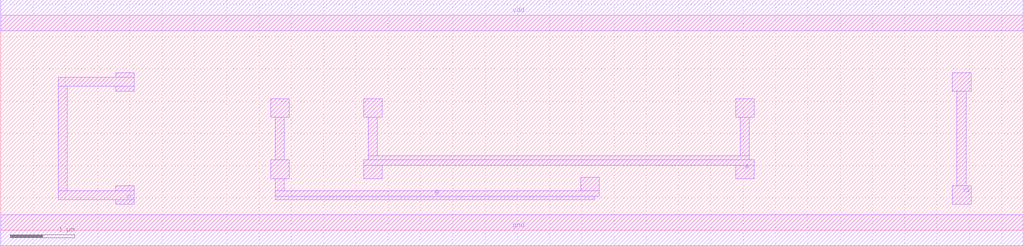
<source format=lef>
VERSION 5.7 ;
  NOWIREEXTENSIONATPIN ON ;
  DIVIDERCHAR "/" ;
  BUSBITCHARS "[]" ;
MACRO HAX1
  CLASS CORE ;
  FOREIGN HAX1 ;
  ORIGIN 0.000 0.000 ;
  SIZE 15.840 BY 3.330 ;
  SYMMETRY X Y R90 ;
  SITE unit ;
  PIN vdd
    DIRECTION INOUT ;
    USE POWER ;
    SHAPE ABUTMENT ;
    PORT
      LAYER met1 ;
        RECT 0.000 3.090 15.840 3.570 ;
    END
  END vdd
  PIN gnd
    DIRECTION INOUT ;
    USE GROUND ;
    SHAPE ABUTMENT ;
    PORT
      LAYER met1 ;
        RECT 0.000 -0.240 15.840 0.240 ;
    END
  END gnd
  PIN YS
    DIRECTION INOUT ;
    USE SIGNAL ;
    SHAPE ABUTMENT ;
    PORT
      LAYER met1 ;
        RECT 14.740 2.150 15.030 2.440 ;
        RECT 14.810 0.690 14.950 2.150 ;
        RECT 14.740 0.400 15.030 0.690 ;
    END
  END YS
  PIN YC
    DIRECTION INOUT ;
    USE SIGNAL ;
    SHAPE ABUTMENT ;
    PORT
      LAYER met1 ;
        RECT 1.780 2.370 2.070 2.440 ;
        RECT 0.890 2.230 2.070 2.370 ;
        RECT 0.890 0.610 1.030 2.230 ;
        RECT 1.780 2.150 2.070 2.230 ;
        RECT 1.780 0.610 2.070 0.690 ;
        RECT 0.890 0.470 2.070 0.610 ;
        RECT 1.780 0.400 2.070 0.470 ;
    END
  END YC
  PIN B
    DIRECTION INOUT ;
    USE SIGNAL ;
    SHAPE ABUTMENT ;
    PORT
      LAYER met1 ;
        RECT 4.180 1.750 4.470 2.040 ;
        RECT 4.250 1.090 4.390 1.750 ;
        RECT 4.180 0.800 4.470 1.090 ;
        RECT 4.250 0.610 4.390 0.800 ;
        RECT 8.980 0.610 9.270 0.820 ;
        RECT 4.250 0.530 9.270 0.610 ;
        RECT 4.250 0.470 9.190 0.530 ;
    END
  END B
  PIN A
    DIRECTION INOUT ;
    USE SIGNAL ;
    SHAPE ABUTMENT ;
    PORT
      LAYER met1 ;
        RECT 5.620 1.750 5.910 2.040 ;
        RECT 11.380 1.750 11.670 2.040 ;
        RECT 5.690 1.150 5.830 1.750 ;
        RECT 11.450 1.150 11.590 1.750 ;
        RECT 5.690 1.090 11.590 1.150 ;
        RECT 5.620 1.010 11.670 1.090 ;
        RECT 5.620 0.800 5.910 1.010 ;
        RECT 11.380 0.800 11.670 1.010 ;
    END
  END A
END HAX1
END LIBRARY


</source>
